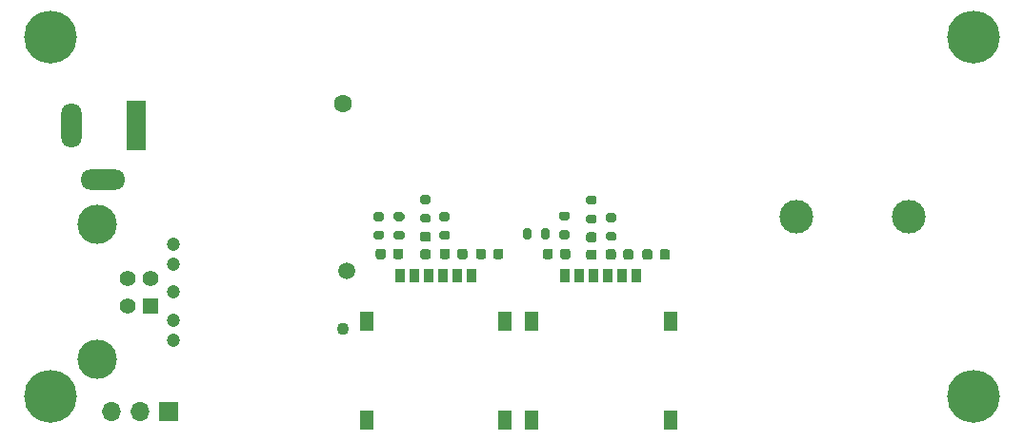
<source format=gbr>
G04 #@! TF.GenerationSoftware,KiCad,Pcbnew,(5.1.9-0-10_14)*
G04 #@! TF.CreationDate,2021-05-09T00:19:33+01:00*
G04 #@! TF.ProjectId,usb3-ngff-carrier,75736233-2d6e-4676-9666-2d6361727269,1*
G04 #@! TF.SameCoordinates,Original*
G04 #@! TF.FileFunction,Soldermask,Bot*
G04 #@! TF.FilePolarity,Negative*
%FSLAX46Y46*%
G04 Gerber Fmt 4.6, Leading zero omitted, Abs format (unit mm)*
G04 Created by KiCad (PCBNEW (5.1.9-0-10_14)) date 2021-05-09 00:19:33*
%MOMM*%
%LPD*%
G01*
G04 APERTURE LIST*
%ADD10R,0.900000X1.200000*%
%ADD11R,1.300000X1.800000*%
%ADD12C,3.500000*%
%ADD13C,1.420000*%
%ADD14R,1.420000X1.420000*%
%ADD15C,1.200000*%
%ADD16C,3.000000*%
%ADD17C,1.500000*%
%ADD18O,1.700000X1.700000*%
%ADD19R,1.700000X1.700000*%
%ADD20C,1.100000*%
%ADD21C,1.600000*%
%ADD22R,1.800000X4.400000*%
%ADD23O,1.800000X4.000000*%
%ADD24O,4.000000X1.800000*%
%ADD25C,4.700000*%
G04 APERTURE END LIST*
D10*
X56075000Y-25280000D03*
X53535000Y-25280000D03*
X50995000Y-25280000D03*
X54805000Y-25280000D03*
X52265000Y-25280000D03*
X49725000Y-25280000D03*
D11*
X59050000Y-29380000D03*
X59050000Y-38180000D03*
X46750000Y-29380000D03*
X46750000Y-38180000D03*
D10*
X41375000Y-25280000D03*
X38835000Y-25280000D03*
X36295000Y-25280000D03*
X40105000Y-25280000D03*
X37565000Y-25280000D03*
X35025000Y-25280000D03*
D11*
X44350000Y-29380000D03*
X44350000Y-38180000D03*
X32050000Y-29380000D03*
X32050000Y-38180000D03*
G36*
G01*
X47575000Y-21825000D02*
X47575000Y-21275000D01*
G75*
G02*
X47775000Y-21075000I200000J0D01*
G01*
X48175000Y-21075000D01*
G75*
G02*
X48375000Y-21275000I0J-200000D01*
G01*
X48375000Y-21825000D01*
G75*
G02*
X48175000Y-22025000I-200000J0D01*
G01*
X47775000Y-22025000D01*
G75*
G02*
X47575000Y-21825000I0J200000D01*
G01*
G37*
G36*
G01*
X45925000Y-21825000D02*
X45925000Y-21275000D01*
G75*
G02*
X46125000Y-21075000I200000J0D01*
G01*
X46525000Y-21075000D01*
G75*
G02*
X46725000Y-21275000I0J-200000D01*
G01*
X46725000Y-21825000D01*
G75*
G02*
X46525000Y-22025000I-200000J0D01*
G01*
X46125000Y-22025000D01*
G75*
G02*
X45925000Y-21825000I0J200000D01*
G01*
G37*
G36*
G01*
X32875000Y-21275000D02*
X33425000Y-21275000D01*
G75*
G02*
X33625000Y-21475000I0J-200000D01*
G01*
X33625000Y-21875000D01*
G75*
G02*
X33425000Y-22075000I-200000J0D01*
G01*
X32875000Y-22075000D01*
G75*
G02*
X32675000Y-21875000I0J200000D01*
G01*
X32675000Y-21475000D01*
G75*
G02*
X32875000Y-21275000I200000J0D01*
G01*
G37*
G36*
G01*
X32875000Y-19625000D02*
X33425000Y-19625000D01*
G75*
G02*
X33625000Y-19825000I0J-200000D01*
G01*
X33625000Y-20225000D01*
G75*
G02*
X33425000Y-20425000I-200000J0D01*
G01*
X32875000Y-20425000D01*
G75*
G02*
X32675000Y-20225000I0J200000D01*
G01*
X32675000Y-19825000D01*
G75*
G02*
X32875000Y-19625000I200000J0D01*
G01*
G37*
G36*
G01*
X39275000Y-20425000D02*
X38725000Y-20425000D01*
G75*
G02*
X38525000Y-20225000I0J200000D01*
G01*
X38525000Y-19825000D01*
G75*
G02*
X38725000Y-19625000I200000J0D01*
G01*
X39275000Y-19625000D01*
G75*
G02*
X39475000Y-19825000I0J-200000D01*
G01*
X39475000Y-20225000D01*
G75*
G02*
X39275000Y-20425000I-200000J0D01*
G01*
G37*
G36*
G01*
X39275000Y-22075000D02*
X38725000Y-22075000D01*
G75*
G02*
X38525000Y-21875000I0J200000D01*
G01*
X38525000Y-21475000D01*
G75*
G02*
X38725000Y-21275000I200000J0D01*
G01*
X39275000Y-21275000D01*
G75*
G02*
X39475000Y-21475000I0J-200000D01*
G01*
X39475000Y-21875000D01*
G75*
G02*
X39275000Y-22075000I-200000J0D01*
G01*
G37*
G36*
G01*
X37550000Y-22275000D02*
X37050000Y-22275000D01*
G75*
G02*
X36825000Y-22050000I0J225000D01*
G01*
X36825000Y-21600000D01*
G75*
G02*
X37050000Y-21375000I225000J0D01*
G01*
X37550000Y-21375000D01*
G75*
G02*
X37775000Y-21600000I0J-225000D01*
G01*
X37775000Y-22050000D01*
G75*
G02*
X37550000Y-22275000I-225000J0D01*
G01*
G37*
G36*
G01*
X37550000Y-23825000D02*
X37050000Y-23825000D01*
G75*
G02*
X36825000Y-23600000I0J225000D01*
G01*
X36825000Y-23150000D01*
G75*
G02*
X37050000Y-22925000I225000J0D01*
G01*
X37550000Y-22925000D01*
G75*
G02*
X37775000Y-23150000I0J-225000D01*
G01*
X37775000Y-23600000D01*
G75*
G02*
X37550000Y-23825000I-225000J0D01*
G01*
G37*
G36*
G01*
X49925000Y-20375000D02*
X49375000Y-20375000D01*
G75*
G02*
X49175000Y-20175000I0J200000D01*
G01*
X49175000Y-19775000D01*
G75*
G02*
X49375000Y-19575000I200000J0D01*
G01*
X49925000Y-19575000D01*
G75*
G02*
X50125000Y-19775000I0J-200000D01*
G01*
X50125000Y-20175000D01*
G75*
G02*
X49925000Y-20375000I-200000J0D01*
G01*
G37*
G36*
G01*
X49925000Y-22025000D02*
X49375000Y-22025000D01*
G75*
G02*
X49175000Y-21825000I0J200000D01*
G01*
X49175000Y-21425000D01*
G75*
G02*
X49375000Y-21225000I200000J0D01*
G01*
X49925000Y-21225000D01*
G75*
G02*
X50125000Y-21425000I0J-200000D01*
G01*
X50125000Y-21825000D01*
G75*
G02*
X49925000Y-22025000I-200000J0D01*
G01*
G37*
G36*
G01*
X52325000Y-18975000D02*
X51775000Y-18975000D01*
G75*
G02*
X51575000Y-18775000I0J200000D01*
G01*
X51575000Y-18375000D01*
G75*
G02*
X51775000Y-18175000I200000J0D01*
G01*
X52325000Y-18175000D01*
G75*
G02*
X52525000Y-18375000I0J-200000D01*
G01*
X52525000Y-18775000D01*
G75*
G02*
X52325000Y-18975000I-200000J0D01*
G01*
G37*
G36*
G01*
X52325000Y-20625000D02*
X51775000Y-20625000D01*
G75*
G02*
X51575000Y-20425000I0J200000D01*
G01*
X51575000Y-20025000D01*
G75*
G02*
X51775000Y-19825000I200000J0D01*
G01*
X52325000Y-19825000D01*
G75*
G02*
X52525000Y-20025000I0J-200000D01*
G01*
X52525000Y-20425000D01*
G75*
G02*
X52325000Y-20625000I-200000J0D01*
G01*
G37*
G36*
G01*
X54075000Y-20525000D02*
X53525000Y-20525000D01*
G75*
G02*
X53325000Y-20325000I0J200000D01*
G01*
X53325000Y-19925000D01*
G75*
G02*
X53525000Y-19725000I200000J0D01*
G01*
X54075000Y-19725000D01*
G75*
G02*
X54275000Y-19925000I0J-200000D01*
G01*
X54275000Y-20325000D01*
G75*
G02*
X54075000Y-20525000I-200000J0D01*
G01*
G37*
G36*
G01*
X54075000Y-22175000D02*
X53525000Y-22175000D01*
G75*
G02*
X53325000Y-21975000I0J200000D01*
G01*
X53325000Y-21575000D01*
G75*
G02*
X53525000Y-21375000I200000J0D01*
G01*
X54075000Y-21375000D01*
G75*
G02*
X54275000Y-21575000I0J-200000D01*
G01*
X54275000Y-21975000D01*
G75*
G02*
X54075000Y-22175000I-200000J0D01*
G01*
G37*
G36*
G01*
X48625000Y-23100000D02*
X48625000Y-23600000D01*
G75*
G02*
X48400000Y-23825000I-225000J0D01*
G01*
X47950000Y-23825000D01*
G75*
G02*
X47725000Y-23600000I0J225000D01*
G01*
X47725000Y-23100000D01*
G75*
G02*
X47950000Y-22875000I225000J0D01*
G01*
X48400000Y-22875000D01*
G75*
G02*
X48625000Y-23100000I0J-225000D01*
G01*
G37*
G36*
G01*
X50175000Y-23100000D02*
X50175000Y-23600000D01*
G75*
G02*
X49950000Y-23825000I-225000J0D01*
G01*
X49500000Y-23825000D01*
G75*
G02*
X49275000Y-23600000I0J225000D01*
G01*
X49275000Y-23100000D01*
G75*
G02*
X49500000Y-22875000I225000J0D01*
G01*
X49950000Y-22875000D01*
G75*
G02*
X50175000Y-23100000I0J-225000D01*
G01*
G37*
G36*
G01*
X52300000Y-22325000D02*
X51800000Y-22325000D01*
G75*
G02*
X51575000Y-22100000I0J225000D01*
G01*
X51575000Y-21650000D01*
G75*
G02*
X51800000Y-21425000I225000J0D01*
G01*
X52300000Y-21425000D01*
G75*
G02*
X52525000Y-21650000I0J-225000D01*
G01*
X52525000Y-22100000D01*
G75*
G02*
X52300000Y-22325000I-225000J0D01*
G01*
G37*
G36*
G01*
X52300000Y-23875000D02*
X51800000Y-23875000D01*
G75*
G02*
X51575000Y-23650000I0J225000D01*
G01*
X51575000Y-23200000D01*
G75*
G02*
X51800000Y-22975000I225000J0D01*
G01*
X52300000Y-22975000D01*
G75*
G02*
X52525000Y-23200000I0J-225000D01*
G01*
X52525000Y-23650000D01*
G75*
G02*
X52300000Y-23875000I-225000J0D01*
G01*
G37*
G36*
G01*
X54875000Y-23650000D02*
X54875000Y-23150000D01*
G75*
G02*
X55100000Y-22925000I225000J0D01*
G01*
X55550000Y-22925000D01*
G75*
G02*
X55775000Y-23150000I0J-225000D01*
G01*
X55775000Y-23650000D01*
G75*
G02*
X55550000Y-23875000I-225000J0D01*
G01*
X55100000Y-23875000D01*
G75*
G02*
X54875000Y-23650000I0J225000D01*
G01*
G37*
G36*
G01*
X53325000Y-23650000D02*
X53325000Y-23150000D01*
G75*
G02*
X53550000Y-22925000I225000J0D01*
G01*
X54000000Y-22925000D01*
G75*
G02*
X54225000Y-23150000I0J-225000D01*
G01*
X54225000Y-23650000D01*
G75*
G02*
X54000000Y-23875000I-225000J0D01*
G01*
X53550000Y-23875000D01*
G75*
G02*
X53325000Y-23650000I0J225000D01*
G01*
G37*
G36*
G01*
X58125000Y-23650000D02*
X58125000Y-23150000D01*
G75*
G02*
X58350000Y-22925000I225000J0D01*
G01*
X58800000Y-22925000D01*
G75*
G02*
X59025000Y-23150000I0J-225000D01*
G01*
X59025000Y-23650000D01*
G75*
G02*
X58800000Y-23875000I-225000J0D01*
G01*
X58350000Y-23875000D01*
G75*
G02*
X58125000Y-23650000I0J225000D01*
G01*
G37*
G36*
G01*
X56575000Y-23650000D02*
X56575000Y-23150000D01*
G75*
G02*
X56800000Y-22925000I225000J0D01*
G01*
X57250000Y-22925000D01*
G75*
G02*
X57475000Y-23150000I0J-225000D01*
G01*
X57475000Y-23650000D01*
G75*
G02*
X57250000Y-23875000I-225000J0D01*
G01*
X56800000Y-23875000D01*
G75*
G02*
X56575000Y-23650000I0J225000D01*
G01*
G37*
G36*
G01*
X35225000Y-20425000D02*
X34675000Y-20425000D01*
G75*
G02*
X34475000Y-20225000I0J200000D01*
G01*
X34475000Y-19825000D01*
G75*
G02*
X34675000Y-19625000I200000J0D01*
G01*
X35225000Y-19625000D01*
G75*
G02*
X35425000Y-19825000I0J-200000D01*
G01*
X35425000Y-20225000D01*
G75*
G02*
X35225000Y-20425000I-200000J0D01*
G01*
G37*
G36*
G01*
X35225000Y-22075000D02*
X34675000Y-22075000D01*
G75*
G02*
X34475000Y-21875000I0J200000D01*
G01*
X34475000Y-21475000D01*
G75*
G02*
X34675000Y-21275000I200000J0D01*
G01*
X35225000Y-21275000D01*
G75*
G02*
X35425000Y-21475000I0J-200000D01*
G01*
X35425000Y-21875000D01*
G75*
G02*
X35225000Y-22075000I-200000J0D01*
G01*
G37*
G36*
G01*
X37575000Y-18925000D02*
X37025000Y-18925000D01*
G75*
G02*
X36825000Y-18725000I0J200000D01*
G01*
X36825000Y-18325000D01*
G75*
G02*
X37025000Y-18125000I200000J0D01*
G01*
X37575000Y-18125000D01*
G75*
G02*
X37775000Y-18325000I0J-200000D01*
G01*
X37775000Y-18725000D01*
G75*
G02*
X37575000Y-18925000I-200000J0D01*
G01*
G37*
G36*
G01*
X37575000Y-20575000D02*
X37025000Y-20575000D01*
G75*
G02*
X36825000Y-20375000I0J200000D01*
G01*
X36825000Y-19975000D01*
G75*
G02*
X37025000Y-19775000I200000J0D01*
G01*
X37575000Y-19775000D01*
G75*
G02*
X37775000Y-19975000I0J-200000D01*
G01*
X37775000Y-20375000D01*
G75*
G02*
X37575000Y-20575000I-200000J0D01*
G01*
G37*
G36*
G01*
X33775000Y-23100000D02*
X33775000Y-23600000D01*
G75*
G02*
X33550000Y-23825000I-225000J0D01*
G01*
X33100000Y-23825000D01*
G75*
G02*
X32875000Y-23600000I0J225000D01*
G01*
X32875000Y-23100000D01*
G75*
G02*
X33100000Y-22875000I225000J0D01*
G01*
X33550000Y-22875000D01*
G75*
G02*
X33775000Y-23100000I0J-225000D01*
G01*
G37*
G36*
G01*
X35325000Y-23100000D02*
X35325000Y-23600000D01*
G75*
G02*
X35100000Y-23825000I-225000J0D01*
G01*
X34650000Y-23825000D01*
G75*
G02*
X34425000Y-23600000I0J225000D01*
G01*
X34425000Y-23100000D01*
G75*
G02*
X34650000Y-22875000I225000J0D01*
G01*
X35100000Y-22875000D01*
G75*
G02*
X35325000Y-23100000I0J-225000D01*
G01*
G37*
G36*
G01*
X40125000Y-23600000D02*
X40125000Y-23100000D01*
G75*
G02*
X40350000Y-22875000I225000J0D01*
G01*
X40800000Y-22875000D01*
G75*
G02*
X41025000Y-23100000I0J-225000D01*
G01*
X41025000Y-23600000D01*
G75*
G02*
X40800000Y-23825000I-225000J0D01*
G01*
X40350000Y-23825000D01*
G75*
G02*
X40125000Y-23600000I0J225000D01*
G01*
G37*
G36*
G01*
X38575000Y-23600000D02*
X38575000Y-23100000D01*
G75*
G02*
X38800000Y-22875000I225000J0D01*
G01*
X39250000Y-22875000D01*
G75*
G02*
X39475000Y-23100000I0J-225000D01*
G01*
X39475000Y-23600000D01*
G75*
G02*
X39250000Y-23825000I-225000J0D01*
G01*
X38800000Y-23825000D01*
G75*
G02*
X38575000Y-23600000I0J225000D01*
G01*
G37*
G36*
G01*
X43325000Y-23600000D02*
X43325000Y-23100000D01*
G75*
G02*
X43550000Y-22875000I225000J0D01*
G01*
X44000000Y-22875000D01*
G75*
G02*
X44225000Y-23100000I0J-225000D01*
G01*
X44225000Y-23600000D01*
G75*
G02*
X44000000Y-23825000I-225000J0D01*
G01*
X43550000Y-23825000D01*
G75*
G02*
X43325000Y-23600000I0J225000D01*
G01*
G37*
G36*
G01*
X41775000Y-23600000D02*
X41775000Y-23100000D01*
G75*
G02*
X42000000Y-22875000I225000J0D01*
G01*
X42450000Y-22875000D01*
G75*
G02*
X42675000Y-23100000I0J-225000D01*
G01*
X42675000Y-23600000D01*
G75*
G02*
X42450000Y-23825000I-225000J0D01*
G01*
X42000000Y-23825000D01*
G75*
G02*
X41775000Y-23600000I0J225000D01*
G01*
G37*
D12*
X8150000Y-20730000D03*
X8150000Y-32770000D03*
D13*
X10860000Y-25500000D03*
X10860000Y-28000000D03*
X12859999Y-25500000D03*
D14*
X12859999Y-28000000D03*
D15*
X14860000Y-22500000D03*
X14860000Y-24250000D03*
X14860000Y-31000000D03*
X14860000Y-29250000D03*
X14860000Y-26750000D03*
D16*
X70250000Y-20000000D03*
X80250000Y-20000000D03*
D17*
X30275000Y-24900000D03*
D18*
X9370000Y-37350000D03*
X11910000Y-37350000D03*
D19*
X14450000Y-37350000D03*
D20*
X30000000Y-30000000D03*
D21*
X30000000Y-10000000D03*
D22*
X11600000Y-11900000D03*
D23*
X5800000Y-11900000D03*
D24*
X8600000Y-16700000D03*
D25*
X4000000Y-36000000D03*
X86000000Y-36000000D03*
X86000000Y-4000000D03*
X4000000Y-4000000D03*
M02*

</source>
